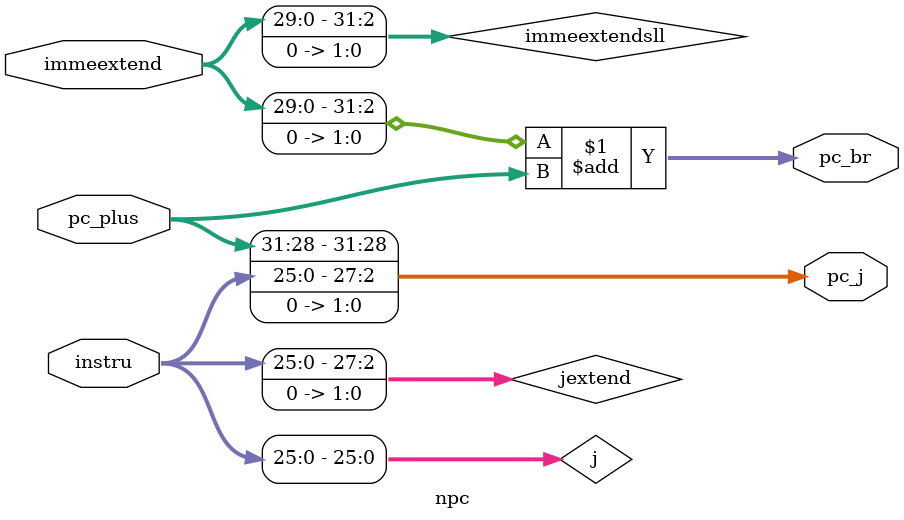
<source format=v>
`timescale 1ns / 1ps


module npc(input [31:0] instru,
           input [31:0] immeextend,pc_plus,
           output [31:0] pc_br,pc_j
            );
           
           wire [25:0] j;
           wire [31:0] immeextendsll;              
           wire [27:0] jextend;  //pc jump
           
           assign j = instru [25:0];
           assign jextend = {j,2'b00};
           assign immeextendsll = {immeextend[29:0],2'b00};
           assign pc_br = immeextendsll+pc_plus;             //pc branch
           assign pc_j = {pc_plus [31:28],jextend};        //pc jump
endmodule

</source>
